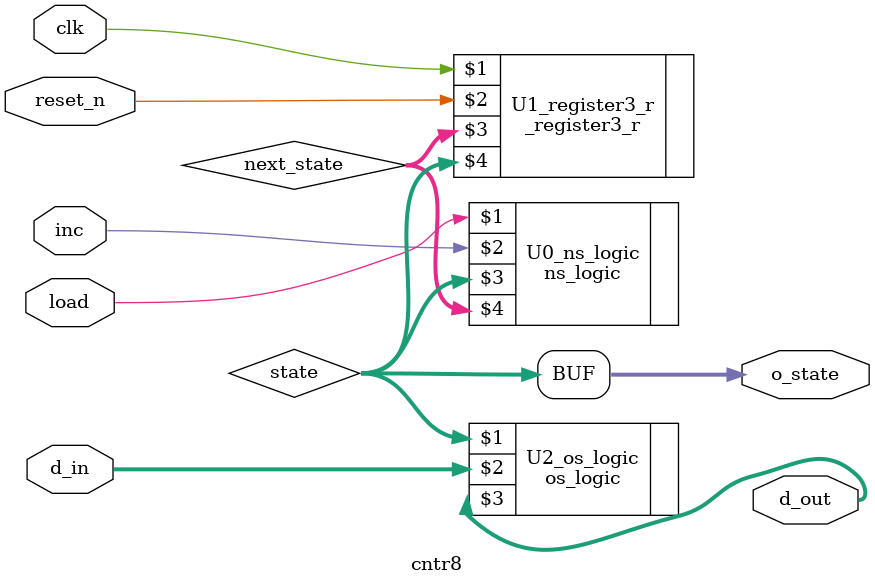
<source format=v>
module cntr8(clk, reset_n, inc, load, d_in, d_out, o_state); //8way counter design
	input	clk,reset_n,inc,load; //input
	input		[7:0]		d_in;
	output	[7:0]		d_out; //output
	output	[2:0]		o_state;
	
	wire		[2:0]		next_state;
	wire		[2:0]		state;
	assign	o_state=state;	
	 //next state instance
	ns_logic 		U0_ns_logic(load, inc, state, next_state);
	//3bit register instance
	_register3_r 	U1_register3_r(clk, reset_n, next_state, state); 
	 //output state logic instance
	os_logic 		U2_os_logic(state, d_in, d_out);
		
endmodule

</source>
